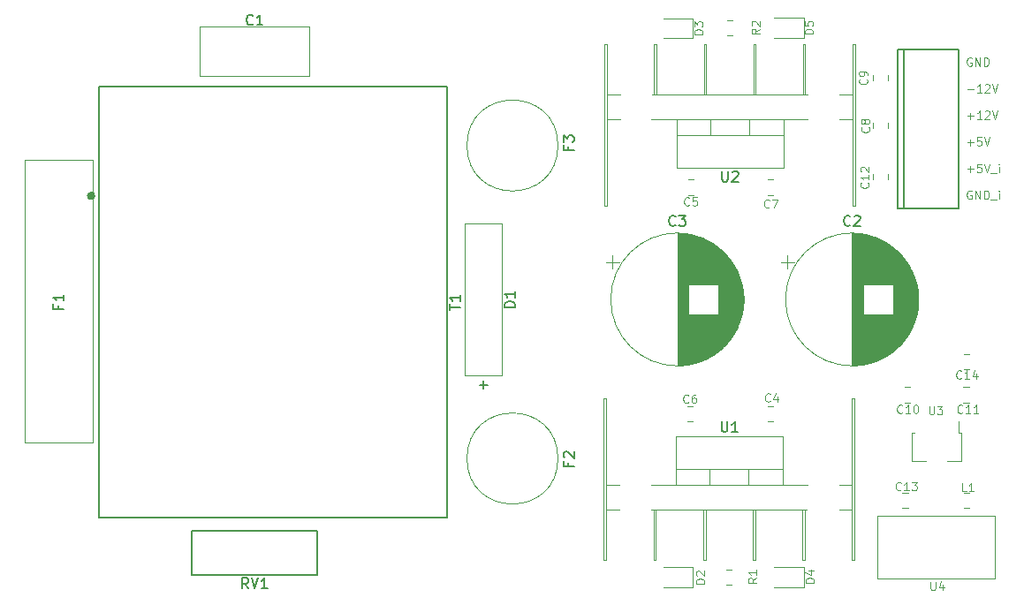
<source format=gto>
G04 #@! TF.GenerationSoftware,KiCad,Pcbnew,(5.1.10)-1*
G04 #@! TF.CreationDate,2021-11-25T14:07:26+01:00*
G04 #@! TF.ProjectId,PSU,5053552e-6b69-4636-9164-5f7063625858,rev?*
G04 #@! TF.SameCoordinates,Original*
G04 #@! TF.FileFunction,Legend,Top*
G04 #@! TF.FilePolarity,Positive*
%FSLAX46Y46*%
G04 Gerber Fmt 4.6, Leading zero omitted, Abs format (unit mm)*
G04 Created by KiCad (PCBNEW (5.1.10)-1) date 2021-11-25 14:07:26*
%MOMM*%
%LPD*%
G01*
G04 APERTURE LIST*
%ADD10C,0.100000*%
%ADD11C,0.120000*%
%ADD12C,0.400000*%
%ADD13C,0.127000*%
%ADD14C,0.150000*%
%ADD15C,2.400000*%
%ADD16R,2.400000X2.400000*%
%ADD17C,4.000000*%
%ADD18C,2.844800*%
%ADD19C,1.600200*%
%ADD20R,1.600200X1.600200*%
%ADD21C,1.524000*%
%ADD22R,0.900000X1.300000*%
%ADD23C,3.000000*%
%ADD24O,1.905000X2.000000*%
%ADD25R,1.905000X2.000000*%
%ADD26C,1.800000*%
%ADD27O,2.200000X1.700000*%
%ADD28R,2.200000X1.700000*%
%ADD29C,2.000000*%
%ADD30C,2.500000*%
%ADD31R,2.500000X2.500000*%
G04 APERTURE END LIST*
D10*
X212949999Y-94600000D02*
X212873808Y-94561904D01*
X212759523Y-94561904D01*
X212645237Y-94600000D01*
X212569046Y-94676190D01*
X212530951Y-94752380D01*
X212492856Y-94904761D01*
X212492856Y-95019047D01*
X212530951Y-95171428D01*
X212569046Y-95247619D01*
X212645237Y-95323809D01*
X212759523Y-95361904D01*
X212835713Y-95361904D01*
X212949999Y-95323809D01*
X212988094Y-95285714D01*
X212988094Y-95019047D01*
X212835713Y-95019047D01*
X213330951Y-95361904D02*
X213330951Y-94561904D01*
X213788094Y-95361904D01*
X213788094Y-94561904D01*
X214169046Y-95361904D02*
X214169046Y-94561904D01*
X214359523Y-94561904D01*
X214473808Y-94600000D01*
X214549999Y-94676190D01*
X214588094Y-94752380D01*
X214626189Y-94904761D01*
X214626189Y-95019047D01*
X214588094Y-95171428D01*
X214549999Y-95247619D01*
X214473808Y-95323809D01*
X214359523Y-95361904D01*
X214169046Y-95361904D01*
X212530952Y-97607142D02*
X213140476Y-97607142D01*
X213940476Y-97911904D02*
X213483333Y-97911904D01*
X213711904Y-97911904D02*
X213711904Y-97111904D01*
X213635714Y-97226190D01*
X213559523Y-97302380D01*
X213483333Y-97340476D01*
X214245237Y-97188095D02*
X214283333Y-97150000D01*
X214359523Y-97111904D01*
X214549999Y-97111904D01*
X214626190Y-97150000D01*
X214664285Y-97188095D01*
X214702380Y-97264285D01*
X214702380Y-97340476D01*
X214664285Y-97454761D01*
X214207142Y-97911904D01*
X214702380Y-97911904D01*
X214930952Y-97111904D02*
X215197618Y-97911904D01*
X215464285Y-97111904D01*
X212530952Y-100157142D02*
X213140476Y-100157142D01*
X212835714Y-100461904D02*
X212835714Y-99852380D01*
X213940476Y-100461904D02*
X213483333Y-100461904D01*
X213711904Y-100461904D02*
X213711904Y-99661904D01*
X213635714Y-99776190D01*
X213559523Y-99852380D01*
X213483333Y-99890476D01*
X214245237Y-99738095D02*
X214283333Y-99700000D01*
X214359523Y-99661904D01*
X214549999Y-99661904D01*
X214626190Y-99700000D01*
X214664285Y-99738095D01*
X214702380Y-99814285D01*
X214702380Y-99890476D01*
X214664285Y-100004761D01*
X214207142Y-100461904D01*
X214702380Y-100461904D01*
X214930952Y-99661904D02*
X215197618Y-100461904D01*
X215464285Y-99661904D01*
X212530951Y-102707142D02*
X213140475Y-102707142D01*
X212835713Y-103011904D02*
X212835713Y-102402380D01*
X213902380Y-102211904D02*
X213521427Y-102211904D01*
X213483332Y-102592857D01*
X213521427Y-102554761D01*
X213597618Y-102516666D01*
X213788094Y-102516666D01*
X213864284Y-102554761D01*
X213902380Y-102592857D01*
X213940475Y-102669047D01*
X213940475Y-102859523D01*
X213902380Y-102935714D01*
X213864284Y-102973809D01*
X213788094Y-103011904D01*
X213597618Y-103011904D01*
X213521427Y-102973809D01*
X213483332Y-102935714D01*
X214169046Y-102211904D02*
X214435713Y-103011904D01*
X214702380Y-102211904D01*
X212530951Y-105257142D02*
X213140475Y-105257142D01*
X212835713Y-105561904D02*
X212835713Y-104952380D01*
X213902380Y-104761904D02*
X213521427Y-104761904D01*
X213483332Y-105142857D01*
X213521427Y-105104761D01*
X213597618Y-105066666D01*
X213788094Y-105066666D01*
X213864284Y-105104761D01*
X213902380Y-105142857D01*
X213940475Y-105219047D01*
X213940475Y-105409523D01*
X213902380Y-105485714D01*
X213864284Y-105523809D01*
X213788094Y-105561904D01*
X213597618Y-105561904D01*
X213521427Y-105523809D01*
X213483332Y-105485714D01*
X214169046Y-104761904D02*
X214435713Y-105561904D01*
X214702380Y-104761904D01*
X214778570Y-105638095D02*
X215388094Y-105638095D01*
X215578570Y-105561904D02*
X215578570Y-105028571D01*
X215578570Y-104761904D02*
X215540475Y-104800000D01*
X215578570Y-104838095D01*
X215616665Y-104800000D01*
X215578570Y-104761904D01*
X215578570Y-104838095D01*
X212949999Y-107350000D02*
X212873808Y-107311904D01*
X212759522Y-107311904D01*
X212645237Y-107350000D01*
X212569046Y-107426190D01*
X212530951Y-107502380D01*
X212492856Y-107654761D01*
X212492856Y-107769047D01*
X212530951Y-107921428D01*
X212569046Y-107997619D01*
X212645237Y-108073809D01*
X212759522Y-108111904D01*
X212835713Y-108111904D01*
X212949999Y-108073809D01*
X212988094Y-108035714D01*
X212988094Y-107769047D01*
X212835713Y-107769047D01*
X213330951Y-108111904D02*
X213330951Y-107311904D01*
X213788094Y-108111904D01*
X213788094Y-107311904D01*
X214169046Y-108111904D02*
X214169046Y-107311904D01*
X214359522Y-107311904D01*
X214473808Y-107350000D01*
X214549999Y-107426190D01*
X214588094Y-107502380D01*
X214626189Y-107654761D01*
X214626189Y-107769047D01*
X214588094Y-107921428D01*
X214549999Y-107997619D01*
X214473808Y-108073809D01*
X214359522Y-108111904D01*
X214169046Y-108111904D01*
X214778570Y-108188095D02*
X215388094Y-108188095D01*
X215578570Y-108111904D02*
X215578570Y-107578571D01*
X215578570Y-107311904D02*
X215540475Y-107350000D01*
X215578570Y-107388095D01*
X215616665Y-107350000D01*
X215578570Y-107311904D01*
X215578570Y-107388095D01*
D11*
X189927064Y-145135000D02*
X189472936Y-145135000D01*
X189927064Y-143665000D02*
X189472936Y-143665000D01*
X194000000Y-92660000D02*
X196860000Y-92660000D01*
X196860000Y-92660000D02*
X196860000Y-90740000D01*
X196860000Y-90740000D02*
X194000000Y-90740000D01*
X194000000Y-145360000D02*
X196860000Y-145360000D01*
X196860000Y-145360000D02*
X196860000Y-143440000D01*
X196860000Y-143440000D02*
X194000000Y-143440000D01*
X183400000Y-145360000D02*
X186260000Y-145360000D01*
X186260000Y-145360000D02*
X186260000Y-143440000D01*
X186260000Y-143440000D02*
X183400000Y-143440000D01*
X191120000Y-117750000D02*
G75*
G03*
X191120000Y-117750000I-6370000J0D01*
G01*
X184750000Y-111420000D02*
X184750000Y-124080000D01*
X184790000Y-111420000D02*
X184790000Y-124080000D01*
X184830000Y-111420000D02*
X184830000Y-124080000D01*
X184870000Y-111421000D02*
X184870000Y-124079000D01*
X184910000Y-111422000D02*
X184910000Y-124078000D01*
X184950000Y-111423000D02*
X184950000Y-124077000D01*
X184990000Y-111424000D02*
X184990000Y-124076000D01*
X185030000Y-111426000D02*
X185030000Y-124074000D01*
X185070000Y-111428000D02*
X185070000Y-124072000D01*
X185110000Y-111430000D02*
X185110000Y-124070000D01*
X185150000Y-111432000D02*
X185150000Y-124068000D01*
X185190000Y-111435000D02*
X185190000Y-124065000D01*
X185230000Y-111438000D02*
X185230000Y-124062000D01*
X185270000Y-111441000D02*
X185270000Y-124059000D01*
X185310000Y-111444000D02*
X185310000Y-124056000D01*
X185350000Y-111448000D02*
X185350000Y-124052000D01*
X185390000Y-111452000D02*
X185390000Y-124048000D01*
X185430000Y-111456000D02*
X185430000Y-124044000D01*
X185471000Y-111460000D02*
X185471000Y-124040000D01*
X185511000Y-111465000D02*
X185511000Y-124035000D01*
X185551000Y-111470000D02*
X185551000Y-124030000D01*
X185591000Y-111475000D02*
X185591000Y-124025000D01*
X185631000Y-111481000D02*
X185631000Y-124019000D01*
X185671000Y-111486000D02*
X185671000Y-124014000D01*
X185711000Y-111492000D02*
X185711000Y-124008000D01*
X185751000Y-111498000D02*
X185751000Y-124002000D01*
X185791000Y-111505000D02*
X185791000Y-123995000D01*
X185831000Y-111512000D02*
X185831000Y-116310000D01*
X185831000Y-119190000D02*
X185831000Y-123988000D01*
X185871000Y-111519000D02*
X185871000Y-116310000D01*
X185871000Y-119190000D02*
X185871000Y-123981000D01*
X185911000Y-111526000D02*
X185911000Y-116310000D01*
X185911000Y-119190000D02*
X185911000Y-123974000D01*
X185951000Y-111534000D02*
X185951000Y-116310000D01*
X185951000Y-119190000D02*
X185951000Y-123966000D01*
X185991000Y-111541000D02*
X185991000Y-116310000D01*
X185991000Y-119190000D02*
X185991000Y-123959000D01*
X186031000Y-111549000D02*
X186031000Y-116310000D01*
X186031000Y-119190000D02*
X186031000Y-123951000D01*
X186071000Y-111558000D02*
X186071000Y-116310000D01*
X186071000Y-119190000D02*
X186071000Y-123942000D01*
X186111000Y-111566000D02*
X186111000Y-116310000D01*
X186111000Y-119190000D02*
X186111000Y-123934000D01*
X186151000Y-111575000D02*
X186151000Y-116310000D01*
X186151000Y-119190000D02*
X186151000Y-123925000D01*
X186191000Y-111584000D02*
X186191000Y-116310000D01*
X186191000Y-119190000D02*
X186191000Y-123916000D01*
X186231000Y-111594000D02*
X186231000Y-116310000D01*
X186231000Y-119190000D02*
X186231000Y-123906000D01*
X186271000Y-111604000D02*
X186271000Y-116310000D01*
X186271000Y-119190000D02*
X186271000Y-123896000D01*
X186311000Y-111613000D02*
X186311000Y-116310000D01*
X186311000Y-119190000D02*
X186311000Y-123887000D01*
X186351000Y-111624000D02*
X186351000Y-116310000D01*
X186351000Y-119190000D02*
X186351000Y-123876000D01*
X186391000Y-111634000D02*
X186391000Y-116310000D01*
X186391000Y-119190000D02*
X186391000Y-123866000D01*
X186431000Y-111645000D02*
X186431000Y-116310000D01*
X186431000Y-119190000D02*
X186431000Y-123855000D01*
X186471000Y-111656000D02*
X186471000Y-116310000D01*
X186471000Y-119190000D02*
X186471000Y-123844000D01*
X186511000Y-111667000D02*
X186511000Y-116310000D01*
X186511000Y-119190000D02*
X186511000Y-123833000D01*
X186551000Y-111679000D02*
X186551000Y-116310000D01*
X186551000Y-119190000D02*
X186551000Y-123821000D01*
X186591000Y-111691000D02*
X186591000Y-116310000D01*
X186591000Y-119190000D02*
X186591000Y-123809000D01*
X186631000Y-111703000D02*
X186631000Y-116310000D01*
X186631000Y-119190000D02*
X186631000Y-123797000D01*
X186671000Y-111716000D02*
X186671000Y-116310000D01*
X186671000Y-119190000D02*
X186671000Y-123784000D01*
X186711000Y-111729000D02*
X186711000Y-116310000D01*
X186711000Y-119190000D02*
X186711000Y-123771000D01*
X186751000Y-111742000D02*
X186751000Y-116310000D01*
X186751000Y-119190000D02*
X186751000Y-123758000D01*
X186791000Y-111755000D02*
X186791000Y-116310000D01*
X186791000Y-119190000D02*
X186791000Y-123745000D01*
X186831000Y-111769000D02*
X186831000Y-116310000D01*
X186831000Y-119190000D02*
X186831000Y-123731000D01*
X186871000Y-111783000D02*
X186871000Y-116310000D01*
X186871000Y-119190000D02*
X186871000Y-123717000D01*
X186911000Y-111797000D02*
X186911000Y-116310000D01*
X186911000Y-119190000D02*
X186911000Y-123703000D01*
X186951000Y-111811000D02*
X186951000Y-116310000D01*
X186951000Y-119190000D02*
X186951000Y-123689000D01*
X186991000Y-111826000D02*
X186991000Y-116310000D01*
X186991000Y-119190000D02*
X186991000Y-123674000D01*
X187031000Y-111842000D02*
X187031000Y-116310000D01*
X187031000Y-119190000D02*
X187031000Y-123658000D01*
X187071000Y-111857000D02*
X187071000Y-116310000D01*
X187071000Y-119190000D02*
X187071000Y-123643000D01*
X187111000Y-111873000D02*
X187111000Y-116310000D01*
X187111000Y-119190000D02*
X187111000Y-123627000D01*
X187151000Y-111889000D02*
X187151000Y-116310000D01*
X187151000Y-119190000D02*
X187151000Y-123611000D01*
X187191000Y-111905000D02*
X187191000Y-116310000D01*
X187191000Y-119190000D02*
X187191000Y-123595000D01*
X187231000Y-111922000D02*
X187231000Y-116310000D01*
X187231000Y-119190000D02*
X187231000Y-123578000D01*
X187271000Y-111939000D02*
X187271000Y-116310000D01*
X187271000Y-119190000D02*
X187271000Y-123561000D01*
X187311000Y-111957000D02*
X187311000Y-116310000D01*
X187311000Y-119190000D02*
X187311000Y-123543000D01*
X187351000Y-111974000D02*
X187351000Y-116310000D01*
X187351000Y-119190000D02*
X187351000Y-123526000D01*
X187391000Y-111992000D02*
X187391000Y-116310000D01*
X187391000Y-119190000D02*
X187391000Y-123508000D01*
X187431000Y-112011000D02*
X187431000Y-116310000D01*
X187431000Y-119190000D02*
X187431000Y-123489000D01*
X187471000Y-112029000D02*
X187471000Y-116310000D01*
X187471000Y-119190000D02*
X187471000Y-123471000D01*
X187511000Y-112048000D02*
X187511000Y-116310000D01*
X187511000Y-119190000D02*
X187511000Y-123452000D01*
X187551000Y-112068000D02*
X187551000Y-116310000D01*
X187551000Y-119190000D02*
X187551000Y-123432000D01*
X187591000Y-112088000D02*
X187591000Y-116310000D01*
X187591000Y-119190000D02*
X187591000Y-123412000D01*
X187631000Y-112108000D02*
X187631000Y-116310000D01*
X187631000Y-119190000D02*
X187631000Y-123392000D01*
X187671000Y-112128000D02*
X187671000Y-116310000D01*
X187671000Y-119190000D02*
X187671000Y-123372000D01*
X187711000Y-112149000D02*
X187711000Y-116310000D01*
X187711000Y-119190000D02*
X187711000Y-123351000D01*
X187751000Y-112170000D02*
X187751000Y-116310000D01*
X187751000Y-119190000D02*
X187751000Y-123330000D01*
X187791000Y-112192000D02*
X187791000Y-116310000D01*
X187791000Y-119190000D02*
X187791000Y-123308000D01*
X187831000Y-112214000D02*
X187831000Y-116310000D01*
X187831000Y-119190000D02*
X187831000Y-123286000D01*
X187871000Y-112236000D02*
X187871000Y-116310000D01*
X187871000Y-119190000D02*
X187871000Y-123264000D01*
X187911000Y-112259000D02*
X187911000Y-116310000D01*
X187911000Y-119190000D02*
X187911000Y-123241000D01*
X187951000Y-112282000D02*
X187951000Y-116310000D01*
X187951000Y-119190000D02*
X187951000Y-123218000D01*
X187991000Y-112305000D02*
X187991000Y-116310000D01*
X187991000Y-119190000D02*
X187991000Y-123195000D01*
X188031000Y-112329000D02*
X188031000Y-116310000D01*
X188031000Y-119190000D02*
X188031000Y-123171000D01*
X188071000Y-112353000D02*
X188071000Y-116310000D01*
X188071000Y-119190000D02*
X188071000Y-123147000D01*
X188111000Y-112378000D02*
X188111000Y-116310000D01*
X188111000Y-119190000D02*
X188111000Y-123122000D01*
X188151000Y-112403000D02*
X188151000Y-116310000D01*
X188151000Y-119190000D02*
X188151000Y-123097000D01*
X188191000Y-112428000D02*
X188191000Y-116310000D01*
X188191000Y-119190000D02*
X188191000Y-123072000D01*
X188231000Y-112454000D02*
X188231000Y-116310000D01*
X188231000Y-119190000D02*
X188231000Y-123046000D01*
X188271000Y-112480000D02*
X188271000Y-116310000D01*
X188271000Y-119190000D02*
X188271000Y-123020000D01*
X188311000Y-112507000D02*
X188311000Y-116310000D01*
X188311000Y-119190000D02*
X188311000Y-122993000D01*
X188351000Y-112534000D02*
X188351000Y-116310000D01*
X188351000Y-119190000D02*
X188351000Y-122966000D01*
X188391000Y-112562000D02*
X188391000Y-116310000D01*
X188391000Y-119190000D02*
X188391000Y-122938000D01*
X188431000Y-112590000D02*
X188431000Y-116310000D01*
X188431000Y-119190000D02*
X188431000Y-122910000D01*
X188471000Y-112619000D02*
X188471000Y-116310000D01*
X188471000Y-119190000D02*
X188471000Y-122881000D01*
X188511000Y-112648000D02*
X188511000Y-116310000D01*
X188511000Y-119190000D02*
X188511000Y-122852000D01*
X188551000Y-112677000D02*
X188551000Y-116310000D01*
X188551000Y-119190000D02*
X188551000Y-122823000D01*
X188591000Y-112707000D02*
X188591000Y-116310000D01*
X188591000Y-119190000D02*
X188591000Y-122793000D01*
X188631000Y-112738000D02*
X188631000Y-116310000D01*
X188631000Y-119190000D02*
X188631000Y-122762000D01*
X188671000Y-112768000D02*
X188671000Y-116310000D01*
X188671000Y-119190000D02*
X188671000Y-122732000D01*
X188711000Y-112800000D02*
X188711000Y-122700000D01*
X188751000Y-112832000D02*
X188751000Y-122668000D01*
X188791000Y-112865000D02*
X188791000Y-122635000D01*
X188831000Y-112898000D02*
X188831000Y-122602000D01*
X188871000Y-112931000D02*
X188871000Y-122569000D01*
X188911000Y-112965000D02*
X188911000Y-122535000D01*
X188951000Y-113000000D02*
X188951000Y-122500000D01*
X188991000Y-113036000D02*
X188991000Y-122464000D01*
X189031000Y-113072000D02*
X189031000Y-122428000D01*
X189071000Y-113108000D02*
X189071000Y-122392000D01*
X189111000Y-113145000D02*
X189111000Y-122355000D01*
X189151000Y-113183000D02*
X189151000Y-122317000D01*
X189191000Y-113222000D02*
X189191000Y-122278000D01*
X189231000Y-113261000D02*
X189231000Y-122239000D01*
X189271000Y-113301000D02*
X189271000Y-122199000D01*
X189311000Y-113342000D02*
X189311000Y-122158000D01*
X189351000Y-113383000D02*
X189351000Y-122117000D01*
X189391000Y-113425000D02*
X189391000Y-122075000D01*
X189431000Y-113468000D02*
X189431000Y-122032000D01*
X189471000Y-113512000D02*
X189471000Y-121988000D01*
X189511000Y-113556000D02*
X189511000Y-121944000D01*
X189551000Y-113602000D02*
X189551000Y-121898000D01*
X189591000Y-113648000D02*
X189591000Y-121852000D01*
X189631000Y-113695000D02*
X189631000Y-121805000D01*
X189671000Y-113743000D02*
X189671000Y-121757000D01*
X189711000Y-113793000D02*
X189711000Y-121707000D01*
X189751000Y-113843000D02*
X189751000Y-121657000D01*
X189791000Y-113894000D02*
X189791000Y-121606000D01*
X189831000Y-113946000D02*
X189831000Y-121554000D01*
X189871000Y-114000000D02*
X189871000Y-121500000D01*
X189911000Y-114054000D02*
X189911000Y-121446000D01*
X189951000Y-114110000D02*
X189951000Y-121390000D01*
X189991000Y-114167000D02*
X189991000Y-121333000D01*
X190031000Y-114226000D02*
X190031000Y-121274000D01*
X190071000Y-114286000D02*
X190071000Y-121214000D01*
X190111000Y-114348000D02*
X190111000Y-121152000D01*
X190151000Y-114411000D02*
X190151000Y-121089000D01*
X190191000Y-114475000D02*
X190191000Y-121025000D01*
X190231000Y-114542000D02*
X190231000Y-120958000D01*
X190271000Y-114610000D02*
X190271000Y-120890000D01*
X190311000Y-114681000D02*
X190311000Y-120819000D01*
X190351000Y-114754000D02*
X190351000Y-120746000D01*
X190391000Y-114829000D02*
X190391000Y-120671000D01*
X190431000Y-114906000D02*
X190431000Y-120594000D01*
X190471000Y-114986000D02*
X190471000Y-120514000D01*
X190511000Y-115069000D02*
X190511000Y-120431000D01*
X190551000Y-115156000D02*
X190551000Y-120344000D01*
X190591000Y-115246000D02*
X190591000Y-120254000D01*
X190631000Y-115340000D02*
X190631000Y-120160000D01*
X190671000Y-115438000D02*
X190671000Y-120062000D01*
X190711000Y-115541000D02*
X190711000Y-119959000D01*
X190751000Y-115650000D02*
X190751000Y-119850000D01*
X190791000Y-115766000D02*
X190791000Y-119734000D01*
X190831000Y-115889000D02*
X190831000Y-119611000D01*
X190871000Y-116022000D02*
X190871000Y-119478000D01*
X190911000Y-116167000D02*
X190911000Y-119333000D01*
X190951000Y-116328000D02*
X190951000Y-119172000D01*
X190991000Y-116509000D02*
X190991000Y-118991000D01*
X191031000Y-116722000D02*
X191031000Y-118778000D01*
X191071000Y-116993000D02*
X191071000Y-118507000D01*
X191111000Y-117433000D02*
X191111000Y-118067000D01*
X177932918Y-114175000D02*
X179182918Y-114175000D01*
X178557918Y-113550000D02*
X178557918Y-114800000D01*
X207870000Y-117750000D02*
G75*
G03*
X207870000Y-117750000I-6370000J0D01*
G01*
X201500000Y-111420000D02*
X201500000Y-124080000D01*
X201540000Y-111420000D02*
X201540000Y-124080000D01*
X201580000Y-111420000D02*
X201580000Y-124080000D01*
X201620000Y-111421000D02*
X201620000Y-124079000D01*
X201660000Y-111422000D02*
X201660000Y-124078000D01*
X201700000Y-111423000D02*
X201700000Y-124077000D01*
X201740000Y-111424000D02*
X201740000Y-124076000D01*
X201780000Y-111426000D02*
X201780000Y-124074000D01*
X201820000Y-111428000D02*
X201820000Y-124072000D01*
X201860000Y-111430000D02*
X201860000Y-124070000D01*
X201900000Y-111432000D02*
X201900000Y-124068000D01*
X201940000Y-111435000D02*
X201940000Y-124065000D01*
X201980000Y-111438000D02*
X201980000Y-124062000D01*
X202020000Y-111441000D02*
X202020000Y-124059000D01*
X202060000Y-111444000D02*
X202060000Y-124056000D01*
X202100000Y-111448000D02*
X202100000Y-124052000D01*
X202140000Y-111452000D02*
X202140000Y-124048000D01*
X202180000Y-111456000D02*
X202180000Y-124044000D01*
X202221000Y-111460000D02*
X202221000Y-124040000D01*
X202261000Y-111465000D02*
X202261000Y-124035000D01*
X202301000Y-111470000D02*
X202301000Y-124030000D01*
X202341000Y-111475000D02*
X202341000Y-124025000D01*
X202381000Y-111481000D02*
X202381000Y-124019000D01*
X202421000Y-111486000D02*
X202421000Y-124014000D01*
X202461000Y-111492000D02*
X202461000Y-124008000D01*
X202501000Y-111498000D02*
X202501000Y-124002000D01*
X202541000Y-111505000D02*
X202541000Y-123995000D01*
X202581000Y-111512000D02*
X202581000Y-116310000D01*
X202581000Y-119190000D02*
X202581000Y-123988000D01*
X202621000Y-111519000D02*
X202621000Y-116310000D01*
X202621000Y-119190000D02*
X202621000Y-123981000D01*
X202661000Y-111526000D02*
X202661000Y-116310000D01*
X202661000Y-119190000D02*
X202661000Y-123974000D01*
X202701000Y-111534000D02*
X202701000Y-116310000D01*
X202701000Y-119190000D02*
X202701000Y-123966000D01*
X202741000Y-111541000D02*
X202741000Y-116310000D01*
X202741000Y-119190000D02*
X202741000Y-123959000D01*
X202781000Y-111549000D02*
X202781000Y-116310000D01*
X202781000Y-119190000D02*
X202781000Y-123951000D01*
X202821000Y-111558000D02*
X202821000Y-116310000D01*
X202821000Y-119190000D02*
X202821000Y-123942000D01*
X202861000Y-111566000D02*
X202861000Y-116310000D01*
X202861000Y-119190000D02*
X202861000Y-123934000D01*
X202901000Y-111575000D02*
X202901000Y-116310000D01*
X202901000Y-119190000D02*
X202901000Y-123925000D01*
X202941000Y-111584000D02*
X202941000Y-116310000D01*
X202941000Y-119190000D02*
X202941000Y-123916000D01*
X202981000Y-111594000D02*
X202981000Y-116310000D01*
X202981000Y-119190000D02*
X202981000Y-123906000D01*
X203021000Y-111604000D02*
X203021000Y-116310000D01*
X203021000Y-119190000D02*
X203021000Y-123896000D01*
X203061000Y-111613000D02*
X203061000Y-116310000D01*
X203061000Y-119190000D02*
X203061000Y-123887000D01*
X203101000Y-111624000D02*
X203101000Y-116310000D01*
X203101000Y-119190000D02*
X203101000Y-123876000D01*
X203141000Y-111634000D02*
X203141000Y-116310000D01*
X203141000Y-119190000D02*
X203141000Y-123866000D01*
X203181000Y-111645000D02*
X203181000Y-116310000D01*
X203181000Y-119190000D02*
X203181000Y-123855000D01*
X203221000Y-111656000D02*
X203221000Y-116310000D01*
X203221000Y-119190000D02*
X203221000Y-123844000D01*
X203261000Y-111667000D02*
X203261000Y-116310000D01*
X203261000Y-119190000D02*
X203261000Y-123833000D01*
X203301000Y-111679000D02*
X203301000Y-116310000D01*
X203301000Y-119190000D02*
X203301000Y-123821000D01*
X203341000Y-111691000D02*
X203341000Y-116310000D01*
X203341000Y-119190000D02*
X203341000Y-123809000D01*
X203381000Y-111703000D02*
X203381000Y-116310000D01*
X203381000Y-119190000D02*
X203381000Y-123797000D01*
X203421000Y-111716000D02*
X203421000Y-116310000D01*
X203421000Y-119190000D02*
X203421000Y-123784000D01*
X203461000Y-111729000D02*
X203461000Y-116310000D01*
X203461000Y-119190000D02*
X203461000Y-123771000D01*
X203501000Y-111742000D02*
X203501000Y-116310000D01*
X203501000Y-119190000D02*
X203501000Y-123758000D01*
X203541000Y-111755000D02*
X203541000Y-116310000D01*
X203541000Y-119190000D02*
X203541000Y-123745000D01*
X203581000Y-111769000D02*
X203581000Y-116310000D01*
X203581000Y-119190000D02*
X203581000Y-123731000D01*
X203621000Y-111783000D02*
X203621000Y-116310000D01*
X203621000Y-119190000D02*
X203621000Y-123717000D01*
X203661000Y-111797000D02*
X203661000Y-116310000D01*
X203661000Y-119190000D02*
X203661000Y-123703000D01*
X203701000Y-111811000D02*
X203701000Y-116310000D01*
X203701000Y-119190000D02*
X203701000Y-123689000D01*
X203741000Y-111826000D02*
X203741000Y-116310000D01*
X203741000Y-119190000D02*
X203741000Y-123674000D01*
X203781000Y-111842000D02*
X203781000Y-116310000D01*
X203781000Y-119190000D02*
X203781000Y-123658000D01*
X203821000Y-111857000D02*
X203821000Y-116310000D01*
X203821000Y-119190000D02*
X203821000Y-123643000D01*
X203861000Y-111873000D02*
X203861000Y-116310000D01*
X203861000Y-119190000D02*
X203861000Y-123627000D01*
X203901000Y-111889000D02*
X203901000Y-116310000D01*
X203901000Y-119190000D02*
X203901000Y-123611000D01*
X203941000Y-111905000D02*
X203941000Y-116310000D01*
X203941000Y-119190000D02*
X203941000Y-123595000D01*
X203981000Y-111922000D02*
X203981000Y-116310000D01*
X203981000Y-119190000D02*
X203981000Y-123578000D01*
X204021000Y-111939000D02*
X204021000Y-116310000D01*
X204021000Y-119190000D02*
X204021000Y-123561000D01*
X204061000Y-111957000D02*
X204061000Y-116310000D01*
X204061000Y-119190000D02*
X204061000Y-123543000D01*
X204101000Y-111974000D02*
X204101000Y-116310000D01*
X204101000Y-119190000D02*
X204101000Y-123526000D01*
X204141000Y-111992000D02*
X204141000Y-116310000D01*
X204141000Y-119190000D02*
X204141000Y-123508000D01*
X204181000Y-112011000D02*
X204181000Y-116310000D01*
X204181000Y-119190000D02*
X204181000Y-123489000D01*
X204221000Y-112029000D02*
X204221000Y-116310000D01*
X204221000Y-119190000D02*
X204221000Y-123471000D01*
X204261000Y-112048000D02*
X204261000Y-116310000D01*
X204261000Y-119190000D02*
X204261000Y-123452000D01*
X204301000Y-112068000D02*
X204301000Y-116310000D01*
X204301000Y-119190000D02*
X204301000Y-123432000D01*
X204341000Y-112088000D02*
X204341000Y-116310000D01*
X204341000Y-119190000D02*
X204341000Y-123412000D01*
X204381000Y-112108000D02*
X204381000Y-116310000D01*
X204381000Y-119190000D02*
X204381000Y-123392000D01*
X204421000Y-112128000D02*
X204421000Y-116310000D01*
X204421000Y-119190000D02*
X204421000Y-123372000D01*
X204461000Y-112149000D02*
X204461000Y-116310000D01*
X204461000Y-119190000D02*
X204461000Y-123351000D01*
X204501000Y-112170000D02*
X204501000Y-116310000D01*
X204501000Y-119190000D02*
X204501000Y-123330000D01*
X204541000Y-112192000D02*
X204541000Y-116310000D01*
X204541000Y-119190000D02*
X204541000Y-123308000D01*
X204581000Y-112214000D02*
X204581000Y-116310000D01*
X204581000Y-119190000D02*
X204581000Y-123286000D01*
X204621000Y-112236000D02*
X204621000Y-116310000D01*
X204621000Y-119190000D02*
X204621000Y-123264000D01*
X204661000Y-112259000D02*
X204661000Y-116310000D01*
X204661000Y-119190000D02*
X204661000Y-123241000D01*
X204701000Y-112282000D02*
X204701000Y-116310000D01*
X204701000Y-119190000D02*
X204701000Y-123218000D01*
X204741000Y-112305000D02*
X204741000Y-116310000D01*
X204741000Y-119190000D02*
X204741000Y-123195000D01*
X204781000Y-112329000D02*
X204781000Y-116310000D01*
X204781000Y-119190000D02*
X204781000Y-123171000D01*
X204821000Y-112353000D02*
X204821000Y-116310000D01*
X204821000Y-119190000D02*
X204821000Y-123147000D01*
X204861000Y-112378000D02*
X204861000Y-116310000D01*
X204861000Y-119190000D02*
X204861000Y-123122000D01*
X204901000Y-112403000D02*
X204901000Y-116310000D01*
X204901000Y-119190000D02*
X204901000Y-123097000D01*
X204941000Y-112428000D02*
X204941000Y-116310000D01*
X204941000Y-119190000D02*
X204941000Y-123072000D01*
X204981000Y-112454000D02*
X204981000Y-116310000D01*
X204981000Y-119190000D02*
X204981000Y-123046000D01*
X205021000Y-112480000D02*
X205021000Y-116310000D01*
X205021000Y-119190000D02*
X205021000Y-123020000D01*
X205061000Y-112507000D02*
X205061000Y-116310000D01*
X205061000Y-119190000D02*
X205061000Y-122993000D01*
X205101000Y-112534000D02*
X205101000Y-116310000D01*
X205101000Y-119190000D02*
X205101000Y-122966000D01*
X205141000Y-112562000D02*
X205141000Y-116310000D01*
X205141000Y-119190000D02*
X205141000Y-122938000D01*
X205181000Y-112590000D02*
X205181000Y-116310000D01*
X205181000Y-119190000D02*
X205181000Y-122910000D01*
X205221000Y-112619000D02*
X205221000Y-116310000D01*
X205221000Y-119190000D02*
X205221000Y-122881000D01*
X205261000Y-112648000D02*
X205261000Y-116310000D01*
X205261000Y-119190000D02*
X205261000Y-122852000D01*
X205301000Y-112677000D02*
X205301000Y-116310000D01*
X205301000Y-119190000D02*
X205301000Y-122823000D01*
X205341000Y-112707000D02*
X205341000Y-116310000D01*
X205341000Y-119190000D02*
X205341000Y-122793000D01*
X205381000Y-112738000D02*
X205381000Y-116310000D01*
X205381000Y-119190000D02*
X205381000Y-122762000D01*
X205421000Y-112768000D02*
X205421000Y-116310000D01*
X205421000Y-119190000D02*
X205421000Y-122732000D01*
X205461000Y-112800000D02*
X205461000Y-122700000D01*
X205501000Y-112832000D02*
X205501000Y-122668000D01*
X205541000Y-112865000D02*
X205541000Y-122635000D01*
X205581000Y-112898000D02*
X205581000Y-122602000D01*
X205621000Y-112931000D02*
X205621000Y-122569000D01*
X205661000Y-112965000D02*
X205661000Y-122535000D01*
X205701000Y-113000000D02*
X205701000Y-122500000D01*
X205741000Y-113036000D02*
X205741000Y-122464000D01*
X205781000Y-113072000D02*
X205781000Y-122428000D01*
X205821000Y-113108000D02*
X205821000Y-122392000D01*
X205861000Y-113145000D02*
X205861000Y-122355000D01*
X205901000Y-113183000D02*
X205901000Y-122317000D01*
X205941000Y-113222000D02*
X205941000Y-122278000D01*
X205981000Y-113261000D02*
X205981000Y-122239000D01*
X206021000Y-113301000D02*
X206021000Y-122199000D01*
X206061000Y-113342000D02*
X206061000Y-122158000D01*
X206101000Y-113383000D02*
X206101000Y-122117000D01*
X206141000Y-113425000D02*
X206141000Y-122075000D01*
X206181000Y-113468000D02*
X206181000Y-122032000D01*
X206221000Y-113512000D02*
X206221000Y-121988000D01*
X206261000Y-113556000D02*
X206261000Y-121944000D01*
X206301000Y-113602000D02*
X206301000Y-121898000D01*
X206341000Y-113648000D02*
X206341000Y-121852000D01*
X206381000Y-113695000D02*
X206381000Y-121805000D01*
X206421000Y-113743000D02*
X206421000Y-121757000D01*
X206461000Y-113793000D02*
X206461000Y-121707000D01*
X206501000Y-113843000D02*
X206501000Y-121657000D01*
X206541000Y-113894000D02*
X206541000Y-121606000D01*
X206581000Y-113946000D02*
X206581000Y-121554000D01*
X206621000Y-114000000D02*
X206621000Y-121500000D01*
X206661000Y-114054000D02*
X206661000Y-121446000D01*
X206701000Y-114110000D02*
X206701000Y-121390000D01*
X206741000Y-114167000D02*
X206741000Y-121333000D01*
X206781000Y-114226000D02*
X206781000Y-121274000D01*
X206821000Y-114286000D02*
X206821000Y-121214000D01*
X206861000Y-114348000D02*
X206861000Y-121152000D01*
X206901000Y-114411000D02*
X206901000Y-121089000D01*
X206941000Y-114475000D02*
X206941000Y-121025000D01*
X206981000Y-114542000D02*
X206981000Y-120958000D01*
X207021000Y-114610000D02*
X207021000Y-120890000D01*
X207061000Y-114681000D02*
X207061000Y-120819000D01*
X207101000Y-114754000D02*
X207101000Y-120746000D01*
X207141000Y-114829000D02*
X207141000Y-120671000D01*
X207181000Y-114906000D02*
X207181000Y-120594000D01*
X207221000Y-114986000D02*
X207221000Y-120514000D01*
X207261000Y-115069000D02*
X207261000Y-120431000D01*
X207301000Y-115156000D02*
X207301000Y-120344000D01*
X207341000Y-115246000D02*
X207341000Y-120254000D01*
X207381000Y-115340000D02*
X207381000Y-120160000D01*
X207421000Y-115438000D02*
X207421000Y-120062000D01*
X207461000Y-115541000D02*
X207461000Y-119959000D01*
X207501000Y-115650000D02*
X207501000Y-119850000D01*
X207541000Y-115766000D02*
X207541000Y-119734000D01*
X207581000Y-115889000D02*
X207581000Y-119611000D01*
X207621000Y-116022000D02*
X207621000Y-119478000D01*
X207661000Y-116167000D02*
X207661000Y-119333000D01*
X207701000Y-116328000D02*
X207701000Y-119172000D01*
X207741000Y-116509000D02*
X207741000Y-118991000D01*
X207781000Y-116722000D02*
X207781000Y-118778000D01*
X207821000Y-116993000D02*
X207821000Y-118507000D01*
X207861000Y-117433000D02*
X207861000Y-118067000D01*
X194682918Y-114175000D02*
X195932918Y-114175000D01*
X195307918Y-113550000D02*
X195307918Y-114800000D01*
X183400000Y-92710000D02*
X186260000Y-92710000D01*
X186260000Y-92710000D02*
X186260000Y-90790000D01*
X186260000Y-90790000D02*
X183400000Y-90790000D01*
X207098752Y-127635000D02*
X206576248Y-127635000D01*
X207098752Y-126165000D02*
X206576248Y-126165000D01*
X190027064Y-92435000D02*
X189572936Y-92435000D01*
X190027064Y-90965000D02*
X189572936Y-90965000D01*
X212761252Y-124435000D02*
X212238748Y-124435000D01*
X212761252Y-122965000D02*
X212238748Y-122965000D01*
X206861252Y-137735000D02*
X206338748Y-137735000D01*
X206861252Y-136265000D02*
X206338748Y-136265000D01*
X204935000Y-105738748D02*
X204935000Y-106261252D01*
X203465000Y-105738748D02*
X203465000Y-106261252D01*
X212176248Y-126165000D02*
X212698752Y-126165000D01*
X212176248Y-127635000D02*
X212698752Y-127635000D01*
X204935000Y-96238748D02*
X204935000Y-96761252D01*
X203465000Y-96238748D02*
X203465000Y-96761252D01*
X203465000Y-101361252D02*
X203465000Y-100838748D01*
X204935000Y-101361252D02*
X204935000Y-100838748D01*
X193973752Y-107735000D02*
X193451248Y-107735000D01*
X193973752Y-106265000D02*
X193451248Y-106265000D01*
X185701248Y-127965000D02*
X186223752Y-127965000D01*
X185701248Y-129435000D02*
X186223752Y-129435000D01*
X185776248Y-106265000D02*
X186298752Y-106265000D01*
X185776248Y-107735000D02*
X186298752Y-107735000D01*
X193961252Y-129435000D02*
X193438748Y-129435000D01*
X193961252Y-127965000D02*
X193438748Y-127965000D01*
X128750000Y-104400000D02*
X128750000Y-131500000D01*
X128750000Y-131500000D02*
X122250000Y-131500000D01*
X122250000Y-131500000D02*
X122250000Y-104400000D01*
X122250000Y-104400000D02*
X128750000Y-104400000D01*
D12*
X128780000Y-107820000D02*
G75*
G03*
X128780000Y-107820000I-200000J0D01*
G01*
D13*
X129337600Y-138637500D02*
X129337600Y-97362500D01*
X162662400Y-138637500D02*
X129337600Y-138637500D01*
X162662400Y-97362500D02*
X162662400Y-138637500D01*
X129337600Y-97362500D02*
X162662400Y-97362500D01*
D11*
X203900000Y-138500000D02*
X215200000Y-138500000D01*
X215200000Y-138500000D02*
X215200000Y-144500000D01*
X215200000Y-144500000D02*
X203900000Y-144500000D01*
X203900000Y-144500000D02*
X203900000Y-138500000D01*
X208550000Y-133260000D02*
X207240000Y-133260000D01*
X207240000Y-133260000D02*
X207240000Y-130540000D01*
X211730000Y-129400000D02*
X211730000Y-130540000D01*
X211960000Y-133260000D02*
X210650000Y-133260000D01*
X211960000Y-130540000D02*
X211960000Y-133260000D01*
X211960000Y-130540000D02*
X211730000Y-130540000D01*
X207240000Y-130540000D02*
X207470000Y-130540000D01*
X201500000Y-98130000D02*
X200300000Y-98130000D01*
X197250000Y-98130000D02*
X182340000Y-98130000D01*
X179250000Y-98130000D02*
X178040000Y-98130000D01*
X201510000Y-100480000D02*
X200300000Y-100480000D01*
X184670000Y-100480000D02*
X182290000Y-100480000D01*
X194910000Y-100480000D02*
X197250000Y-100480000D01*
X179250000Y-100480000D02*
X178040000Y-100480000D01*
X177790000Y-93250000D02*
X178000000Y-93250000D01*
X201540000Y-93250000D02*
X201750000Y-93250000D01*
X201540000Y-108750000D02*
X201750000Y-108750000D01*
X177790000Y-108750000D02*
X178040000Y-108750000D01*
X201540000Y-93250000D02*
X201540000Y-108750000D01*
X178040000Y-93250000D02*
X178040000Y-108750000D01*
X201790000Y-93250000D02*
X201790000Y-108750000D01*
X177790000Y-93250000D02*
X177790000Y-108750000D01*
X184670000Y-100480000D02*
X194910000Y-100480000D01*
X184670000Y-105121000D02*
X194910000Y-105121000D01*
X184670000Y-100480000D02*
X184670000Y-105121000D01*
X194910000Y-100480000D02*
X194910000Y-105121000D01*
X184670000Y-101990000D02*
X194910000Y-101990000D01*
X187940000Y-100480000D02*
X187940000Y-101990000D01*
X191641000Y-100480000D02*
X191641000Y-101990000D01*
X182540000Y-93250000D02*
X182540000Y-98100000D01*
X182540000Y-93250000D02*
X182750000Y-93250000D01*
X182750000Y-93250000D02*
X182750000Y-98100000D01*
X187500000Y-93250000D02*
X187500000Y-98100000D01*
X187290000Y-93250000D02*
X187290000Y-98100000D01*
X187290000Y-93250000D02*
X187500000Y-93250000D01*
X192250000Y-93250000D02*
X192250000Y-98100000D01*
X192040000Y-93250000D02*
X192040000Y-98100000D01*
X192040000Y-93250000D02*
X192250000Y-93250000D01*
X197000000Y-93250000D02*
X197000000Y-98100000D01*
X196790000Y-93250000D02*
X196790000Y-98100000D01*
X196790000Y-93250000D02*
X197000000Y-93250000D01*
X178000000Y-137870000D02*
X179200000Y-137870000D01*
X182250000Y-137870000D02*
X197160000Y-137870000D01*
X200250000Y-137870000D02*
X201460000Y-137870000D01*
X177990000Y-135520000D02*
X179200000Y-135520000D01*
X194830000Y-135520000D02*
X197210000Y-135520000D01*
X184590000Y-135520000D02*
X182250000Y-135520000D01*
X200250000Y-135520000D02*
X201460000Y-135520000D01*
X201710000Y-142750000D02*
X201500000Y-142750000D01*
X177960000Y-142750000D02*
X177750000Y-142750000D01*
X177960000Y-127250000D02*
X177750000Y-127250000D01*
X201710000Y-127250000D02*
X201460000Y-127250000D01*
X177960000Y-142750000D02*
X177960000Y-127250000D01*
X201460000Y-142750000D02*
X201460000Y-127250000D01*
X177710000Y-142750000D02*
X177710000Y-127250000D01*
X201710000Y-142750000D02*
X201710000Y-127250000D01*
X194830000Y-135520000D02*
X184590000Y-135520000D01*
X194830000Y-130879000D02*
X184590000Y-130879000D01*
X194830000Y-135520000D02*
X194830000Y-130879000D01*
X184590000Y-135520000D02*
X184590000Y-130879000D01*
X194830000Y-134010000D02*
X184590000Y-134010000D01*
X191560000Y-135520000D02*
X191560000Y-134010000D01*
X187859000Y-135520000D02*
X187859000Y-134010000D01*
X196960000Y-142750000D02*
X196960000Y-137900000D01*
X196960000Y-142750000D02*
X196750000Y-142750000D01*
X196750000Y-142750000D02*
X196750000Y-137900000D01*
X192000000Y-142750000D02*
X192000000Y-137900000D01*
X192210000Y-142750000D02*
X192210000Y-137900000D01*
X192210000Y-142750000D02*
X192000000Y-142750000D01*
X187250000Y-142750000D02*
X187250000Y-137900000D01*
X187460000Y-142750000D02*
X187460000Y-137900000D01*
X187460000Y-142750000D02*
X187250000Y-142750000D01*
X182500000Y-142750000D02*
X182500000Y-137900000D01*
X182710000Y-142750000D02*
X182710000Y-137900000D01*
X182710000Y-142750000D02*
X182500000Y-142750000D01*
D14*
X150250000Y-139900000D02*
X138250000Y-139900000D01*
X150250000Y-144200000D02*
X138250000Y-144200000D01*
X138250000Y-144200000D02*
X138250000Y-139900000D01*
X150250000Y-144200000D02*
X150250000Y-139900000D01*
D11*
X212761252Y-137710000D02*
X212238748Y-137710000D01*
X212761252Y-136290000D02*
X212238748Y-136290000D01*
D14*
X211700000Y-109020000D02*
X205900000Y-109020000D01*
X211700000Y-93780000D02*
X211700000Y-109020000D01*
X205900000Y-93780000D02*
X211700000Y-93780000D01*
X205900000Y-109020000D02*
X205900000Y-93780000D01*
X206500000Y-109020000D02*
X206500000Y-93780000D01*
D11*
X173320000Y-103000000D02*
G75*
G03*
X173320000Y-103000000I-4360000J0D01*
G01*
X173320000Y-133000000D02*
G75*
G03*
X173320000Y-133000000I-4360000J0D01*
G01*
X167901000Y-125067000D02*
X164345000Y-125067000D01*
X167901000Y-110462000D02*
X167901000Y-125067000D01*
X164345000Y-110462000D02*
X167901000Y-110462000D01*
X164345000Y-125067000D02*
X164345000Y-110462000D01*
X138985000Y-91630000D02*
X149525000Y-91630000D01*
X138985000Y-96370000D02*
X149525000Y-96370000D01*
X138985000Y-91630000D02*
X138985000Y-96370000D01*
X149525000Y-91630000D02*
X149525000Y-96370000D01*
D10*
X192361904Y-144433333D02*
X191980952Y-144700000D01*
X192361904Y-144890476D02*
X191561904Y-144890476D01*
X191561904Y-144585714D01*
X191600000Y-144509523D01*
X191638095Y-144471428D01*
X191714285Y-144433333D01*
X191828571Y-144433333D01*
X191904761Y-144471428D01*
X191942857Y-144509523D01*
X191980952Y-144585714D01*
X191980952Y-144890476D01*
X192361904Y-143671428D02*
X192361904Y-144128571D01*
X192361904Y-143900000D02*
X191561904Y-143900000D01*
X191676190Y-143976190D01*
X191752380Y-144052380D01*
X191790476Y-144128571D01*
X197761904Y-92290476D02*
X196961904Y-92290476D01*
X196961904Y-92100000D01*
X197000000Y-91985714D01*
X197076190Y-91909523D01*
X197152380Y-91871428D01*
X197304761Y-91833333D01*
X197419047Y-91833333D01*
X197571428Y-91871428D01*
X197647619Y-91909523D01*
X197723809Y-91985714D01*
X197761904Y-92100000D01*
X197761904Y-92290476D01*
X196961904Y-91109523D02*
X196961904Y-91490476D01*
X197342857Y-91528571D01*
X197304761Y-91490476D01*
X197266666Y-91414285D01*
X197266666Y-91223809D01*
X197304761Y-91147619D01*
X197342857Y-91109523D01*
X197419047Y-91071428D01*
X197609523Y-91071428D01*
X197685714Y-91109523D01*
X197723809Y-91147619D01*
X197761904Y-91223809D01*
X197761904Y-91414285D01*
X197723809Y-91490476D01*
X197685714Y-91528571D01*
X197861904Y-144890476D02*
X197061904Y-144890476D01*
X197061904Y-144700000D01*
X197100000Y-144585714D01*
X197176190Y-144509523D01*
X197252380Y-144471428D01*
X197404761Y-144433333D01*
X197519047Y-144433333D01*
X197671428Y-144471428D01*
X197747619Y-144509523D01*
X197823809Y-144585714D01*
X197861904Y-144700000D01*
X197861904Y-144890476D01*
X197328571Y-143747619D02*
X197861904Y-143747619D01*
X197023809Y-143938095D02*
X197595238Y-144128571D01*
X197595238Y-143633333D01*
X187361904Y-144990476D02*
X186561904Y-144990476D01*
X186561904Y-144800000D01*
X186600000Y-144685714D01*
X186676190Y-144609523D01*
X186752380Y-144571428D01*
X186904761Y-144533333D01*
X187019047Y-144533333D01*
X187171428Y-144571428D01*
X187247619Y-144609523D01*
X187323809Y-144685714D01*
X187361904Y-144800000D01*
X187361904Y-144990476D01*
X186638095Y-144228571D02*
X186600000Y-144190476D01*
X186561904Y-144114285D01*
X186561904Y-143923809D01*
X186600000Y-143847619D01*
X186638095Y-143809523D01*
X186714285Y-143771428D01*
X186790476Y-143771428D01*
X186904761Y-143809523D01*
X187361904Y-144266666D01*
X187361904Y-143771428D01*
D14*
X184583333Y-110607142D02*
X184535714Y-110654761D01*
X184392857Y-110702380D01*
X184297619Y-110702380D01*
X184154761Y-110654761D01*
X184059523Y-110559523D01*
X184011904Y-110464285D01*
X183964285Y-110273809D01*
X183964285Y-110130952D01*
X184011904Y-109940476D01*
X184059523Y-109845238D01*
X184154761Y-109750000D01*
X184297619Y-109702380D01*
X184392857Y-109702380D01*
X184535714Y-109750000D01*
X184583333Y-109797619D01*
X184916666Y-109702380D02*
X185535714Y-109702380D01*
X185202380Y-110083333D01*
X185345238Y-110083333D01*
X185440476Y-110130952D01*
X185488095Y-110178571D01*
X185535714Y-110273809D01*
X185535714Y-110511904D01*
X185488095Y-110607142D01*
X185440476Y-110654761D01*
X185345238Y-110702380D01*
X185059523Y-110702380D01*
X184964285Y-110654761D01*
X184916666Y-110607142D01*
X201333333Y-110607142D02*
X201285714Y-110654761D01*
X201142857Y-110702380D01*
X201047619Y-110702380D01*
X200904761Y-110654761D01*
X200809523Y-110559523D01*
X200761904Y-110464285D01*
X200714285Y-110273809D01*
X200714285Y-110130952D01*
X200761904Y-109940476D01*
X200809523Y-109845238D01*
X200904761Y-109750000D01*
X201047619Y-109702380D01*
X201142857Y-109702380D01*
X201285714Y-109750000D01*
X201333333Y-109797619D01*
X201714285Y-109797619D02*
X201761904Y-109750000D01*
X201857142Y-109702380D01*
X202095238Y-109702380D01*
X202190476Y-109750000D01*
X202238095Y-109797619D01*
X202285714Y-109892857D01*
X202285714Y-109988095D01*
X202238095Y-110130952D01*
X201666666Y-110702380D01*
X202285714Y-110702380D01*
D10*
X187161904Y-92340476D02*
X186361904Y-92340476D01*
X186361904Y-92150000D01*
X186400000Y-92035714D01*
X186476190Y-91959523D01*
X186552380Y-91921428D01*
X186704761Y-91883333D01*
X186819047Y-91883333D01*
X186971428Y-91921428D01*
X187047619Y-91959523D01*
X187123809Y-92035714D01*
X187161904Y-92150000D01*
X187161904Y-92340476D01*
X186361904Y-91616666D02*
X186361904Y-91121428D01*
X186666666Y-91388095D01*
X186666666Y-91273809D01*
X186704761Y-91197619D01*
X186742857Y-91159523D01*
X186819047Y-91121428D01*
X187009523Y-91121428D01*
X187085714Y-91159523D01*
X187123809Y-91197619D01*
X187161904Y-91273809D01*
X187161904Y-91502380D01*
X187123809Y-91578571D01*
X187085714Y-91616666D01*
X206323214Y-128585714D02*
X206285119Y-128623809D01*
X206170833Y-128661904D01*
X206094642Y-128661904D01*
X205980357Y-128623809D01*
X205904166Y-128547619D01*
X205866071Y-128471428D01*
X205827976Y-128319047D01*
X205827976Y-128204761D01*
X205866071Y-128052380D01*
X205904166Y-127976190D01*
X205980357Y-127900000D01*
X206094642Y-127861904D01*
X206170833Y-127861904D01*
X206285119Y-127900000D01*
X206323214Y-127938095D01*
X207085119Y-128661904D02*
X206627976Y-128661904D01*
X206856547Y-128661904D02*
X206856547Y-127861904D01*
X206780357Y-127976190D01*
X206704166Y-128052380D01*
X206627976Y-128090476D01*
X207580357Y-127861904D02*
X207656547Y-127861904D01*
X207732738Y-127900000D01*
X207770833Y-127938095D01*
X207808928Y-128014285D01*
X207847023Y-128166666D01*
X207847023Y-128357142D01*
X207808928Y-128509523D01*
X207770833Y-128585714D01*
X207732738Y-128623809D01*
X207656547Y-128661904D01*
X207580357Y-128661904D01*
X207504166Y-128623809D01*
X207466071Y-128585714D01*
X207427976Y-128509523D01*
X207389880Y-128357142D01*
X207389880Y-128166666D01*
X207427976Y-128014285D01*
X207466071Y-127938095D01*
X207504166Y-127900000D01*
X207580357Y-127861904D01*
X192661904Y-91833333D02*
X192280952Y-92100000D01*
X192661904Y-92290476D02*
X191861904Y-92290476D01*
X191861904Y-91985714D01*
X191900000Y-91909523D01*
X191938095Y-91871428D01*
X192014285Y-91833333D01*
X192128571Y-91833333D01*
X192204761Y-91871428D01*
X192242857Y-91909523D01*
X192280952Y-91985714D01*
X192280952Y-92290476D01*
X191938095Y-91528571D02*
X191900000Y-91490476D01*
X191861904Y-91414285D01*
X191861904Y-91223809D01*
X191900000Y-91147619D01*
X191938095Y-91109523D01*
X192014285Y-91071428D01*
X192090476Y-91071428D01*
X192204761Y-91109523D01*
X192661904Y-91566666D01*
X192661904Y-91071428D01*
X211985714Y-125285714D02*
X211947619Y-125323809D01*
X211833333Y-125361904D01*
X211757142Y-125361904D01*
X211642857Y-125323809D01*
X211566666Y-125247619D01*
X211528571Y-125171428D01*
X211490476Y-125019047D01*
X211490476Y-124904761D01*
X211528571Y-124752380D01*
X211566666Y-124676190D01*
X211642857Y-124600000D01*
X211757142Y-124561904D01*
X211833333Y-124561904D01*
X211947619Y-124600000D01*
X211985714Y-124638095D01*
X212747619Y-125361904D02*
X212290476Y-125361904D01*
X212519047Y-125361904D02*
X212519047Y-124561904D01*
X212442857Y-124676190D01*
X212366666Y-124752380D01*
X212290476Y-124790476D01*
X213433333Y-124828571D02*
X213433333Y-125361904D01*
X213242857Y-124523809D02*
X213052380Y-125095238D01*
X213547619Y-125095238D01*
X206185714Y-135985714D02*
X206147619Y-136023809D01*
X206033333Y-136061904D01*
X205957142Y-136061904D01*
X205842857Y-136023809D01*
X205766666Y-135947619D01*
X205728571Y-135871428D01*
X205690476Y-135719047D01*
X205690476Y-135604761D01*
X205728571Y-135452380D01*
X205766666Y-135376190D01*
X205842857Y-135300000D01*
X205957142Y-135261904D01*
X206033333Y-135261904D01*
X206147619Y-135300000D01*
X206185714Y-135338095D01*
X206947619Y-136061904D02*
X206490476Y-136061904D01*
X206719047Y-136061904D02*
X206719047Y-135261904D01*
X206642857Y-135376190D01*
X206566666Y-135452380D01*
X206490476Y-135490476D01*
X207214285Y-135261904D02*
X207709523Y-135261904D01*
X207442857Y-135566666D01*
X207557142Y-135566666D01*
X207633333Y-135604761D01*
X207671428Y-135642857D01*
X207709523Y-135719047D01*
X207709523Y-135909523D01*
X207671428Y-135985714D01*
X207633333Y-136023809D01*
X207557142Y-136061904D01*
X207328571Y-136061904D01*
X207252380Y-136023809D01*
X207214285Y-135985714D01*
X203035714Y-106564285D02*
X203073809Y-106602380D01*
X203111904Y-106716666D01*
X203111904Y-106792857D01*
X203073809Y-106907142D01*
X202997619Y-106983333D01*
X202921428Y-107021428D01*
X202769047Y-107059523D01*
X202654761Y-107059523D01*
X202502380Y-107021428D01*
X202426190Y-106983333D01*
X202350000Y-106907142D01*
X202311904Y-106792857D01*
X202311904Y-106716666D01*
X202350000Y-106602380D01*
X202388095Y-106564285D01*
X203111904Y-105802380D02*
X203111904Y-106259523D01*
X203111904Y-106030952D02*
X202311904Y-106030952D01*
X202426190Y-106107142D01*
X202502380Y-106183333D01*
X202540476Y-106259523D01*
X202388095Y-105497619D02*
X202350000Y-105459523D01*
X202311904Y-105383333D01*
X202311904Y-105192857D01*
X202350000Y-105116666D01*
X202388095Y-105078571D01*
X202464285Y-105040476D01*
X202540476Y-105040476D01*
X202654761Y-105078571D01*
X203111904Y-105535714D01*
X203111904Y-105040476D01*
X212085714Y-128585714D02*
X212047619Y-128623809D01*
X211933333Y-128661904D01*
X211857142Y-128661904D01*
X211742857Y-128623809D01*
X211666666Y-128547619D01*
X211628571Y-128471428D01*
X211590476Y-128319047D01*
X211590476Y-128204761D01*
X211628571Y-128052380D01*
X211666666Y-127976190D01*
X211742857Y-127900000D01*
X211857142Y-127861904D01*
X211933333Y-127861904D01*
X212047619Y-127900000D01*
X212085714Y-127938095D01*
X212847619Y-128661904D02*
X212390476Y-128661904D01*
X212619047Y-128661904D02*
X212619047Y-127861904D01*
X212542857Y-127976190D01*
X212466666Y-128052380D01*
X212390476Y-128090476D01*
X213609523Y-128661904D02*
X213152380Y-128661904D01*
X213380952Y-128661904D02*
X213380952Y-127861904D01*
X213304761Y-127976190D01*
X213228571Y-128052380D01*
X213152380Y-128090476D01*
X202885714Y-96633333D02*
X202923809Y-96671428D01*
X202961904Y-96785714D01*
X202961904Y-96861904D01*
X202923809Y-96976190D01*
X202847619Y-97052380D01*
X202771428Y-97090476D01*
X202619047Y-97128571D01*
X202504761Y-97128571D01*
X202352380Y-97090476D01*
X202276190Y-97052380D01*
X202200000Y-96976190D01*
X202161904Y-96861904D01*
X202161904Y-96785714D01*
X202200000Y-96671428D01*
X202238095Y-96633333D01*
X202961904Y-96252380D02*
X202961904Y-96100000D01*
X202923809Y-96023809D01*
X202885714Y-95985714D01*
X202771428Y-95909523D01*
X202619047Y-95871428D01*
X202314285Y-95871428D01*
X202238095Y-95909523D01*
X202200000Y-95947619D01*
X202161904Y-96023809D01*
X202161904Y-96176190D01*
X202200000Y-96252380D01*
X202238095Y-96290476D01*
X202314285Y-96328571D01*
X202504761Y-96328571D01*
X202580952Y-96290476D01*
X202619047Y-96252380D01*
X202657142Y-96176190D01*
X202657142Y-96023809D01*
X202619047Y-95947619D01*
X202580952Y-95909523D01*
X202504761Y-95871428D01*
X203085714Y-101233333D02*
X203123809Y-101271428D01*
X203161904Y-101385714D01*
X203161904Y-101461904D01*
X203123809Y-101576190D01*
X203047619Y-101652380D01*
X202971428Y-101690476D01*
X202819047Y-101728571D01*
X202704761Y-101728571D01*
X202552380Y-101690476D01*
X202476190Y-101652380D01*
X202400000Y-101576190D01*
X202361904Y-101461904D01*
X202361904Y-101385714D01*
X202400000Y-101271428D01*
X202438095Y-101233333D01*
X202704761Y-100776190D02*
X202666666Y-100852380D01*
X202628571Y-100890476D01*
X202552380Y-100928571D01*
X202514285Y-100928571D01*
X202438095Y-100890476D01*
X202400000Y-100852380D01*
X202361904Y-100776190D01*
X202361904Y-100623809D01*
X202400000Y-100547619D01*
X202438095Y-100509523D01*
X202514285Y-100471428D01*
X202552380Y-100471428D01*
X202628571Y-100509523D01*
X202666666Y-100547619D01*
X202704761Y-100623809D01*
X202704761Y-100776190D01*
X202742857Y-100852380D01*
X202780952Y-100890476D01*
X202857142Y-100928571D01*
X203009523Y-100928571D01*
X203085714Y-100890476D01*
X203123809Y-100852380D01*
X203161904Y-100776190D01*
X203161904Y-100623809D01*
X203123809Y-100547619D01*
X203085714Y-100509523D01*
X203009523Y-100471428D01*
X202857142Y-100471428D01*
X202780952Y-100509523D01*
X202742857Y-100547619D01*
X202704761Y-100623809D01*
X193579166Y-108885714D02*
X193541071Y-108923809D01*
X193426785Y-108961904D01*
X193350595Y-108961904D01*
X193236309Y-108923809D01*
X193160119Y-108847619D01*
X193122023Y-108771428D01*
X193083928Y-108619047D01*
X193083928Y-108504761D01*
X193122023Y-108352380D01*
X193160119Y-108276190D01*
X193236309Y-108200000D01*
X193350595Y-108161904D01*
X193426785Y-108161904D01*
X193541071Y-108200000D01*
X193579166Y-108238095D01*
X193845833Y-108161904D02*
X194379166Y-108161904D01*
X194036309Y-108961904D01*
X185829166Y-127585714D02*
X185791071Y-127623809D01*
X185676785Y-127661904D01*
X185600595Y-127661904D01*
X185486309Y-127623809D01*
X185410119Y-127547619D01*
X185372023Y-127471428D01*
X185333928Y-127319047D01*
X185333928Y-127204761D01*
X185372023Y-127052380D01*
X185410119Y-126976190D01*
X185486309Y-126900000D01*
X185600595Y-126861904D01*
X185676785Y-126861904D01*
X185791071Y-126900000D01*
X185829166Y-126938095D01*
X186514880Y-126861904D02*
X186362500Y-126861904D01*
X186286309Y-126900000D01*
X186248214Y-126938095D01*
X186172023Y-127052380D01*
X186133928Y-127204761D01*
X186133928Y-127509523D01*
X186172023Y-127585714D01*
X186210119Y-127623809D01*
X186286309Y-127661904D01*
X186438690Y-127661904D01*
X186514880Y-127623809D01*
X186552976Y-127585714D01*
X186591071Y-127509523D01*
X186591071Y-127319047D01*
X186552976Y-127242857D01*
X186514880Y-127204761D01*
X186438690Y-127166666D01*
X186286309Y-127166666D01*
X186210119Y-127204761D01*
X186172023Y-127242857D01*
X186133928Y-127319047D01*
X185904166Y-108685714D02*
X185866071Y-108723809D01*
X185751785Y-108761904D01*
X185675595Y-108761904D01*
X185561309Y-108723809D01*
X185485119Y-108647619D01*
X185447023Y-108571428D01*
X185408928Y-108419047D01*
X185408928Y-108304761D01*
X185447023Y-108152380D01*
X185485119Y-108076190D01*
X185561309Y-108000000D01*
X185675595Y-107961904D01*
X185751785Y-107961904D01*
X185866071Y-108000000D01*
X185904166Y-108038095D01*
X186627976Y-107961904D02*
X186247023Y-107961904D01*
X186208928Y-108342857D01*
X186247023Y-108304761D01*
X186323214Y-108266666D01*
X186513690Y-108266666D01*
X186589880Y-108304761D01*
X186627976Y-108342857D01*
X186666071Y-108419047D01*
X186666071Y-108609523D01*
X186627976Y-108685714D01*
X186589880Y-108723809D01*
X186513690Y-108761904D01*
X186323214Y-108761904D01*
X186247023Y-108723809D01*
X186208928Y-108685714D01*
X193666666Y-127485714D02*
X193628571Y-127523809D01*
X193514285Y-127561904D01*
X193438095Y-127561904D01*
X193323809Y-127523809D01*
X193247619Y-127447619D01*
X193209523Y-127371428D01*
X193171428Y-127219047D01*
X193171428Y-127104761D01*
X193209523Y-126952380D01*
X193247619Y-126876190D01*
X193323809Y-126800000D01*
X193438095Y-126761904D01*
X193514285Y-126761904D01*
X193628571Y-126800000D01*
X193666666Y-126838095D01*
X194352380Y-127028571D02*
X194352380Y-127561904D01*
X194161904Y-126723809D02*
X193971428Y-127295238D01*
X194466666Y-127295238D01*
D14*
X125428571Y-118333333D02*
X125428571Y-118666666D01*
X125952380Y-118666666D02*
X124952380Y-118666666D01*
X124952380Y-118190476D01*
X125952380Y-117285714D02*
X125952380Y-117857142D01*
X125952380Y-117571428D02*
X124952380Y-117571428D01*
X125095238Y-117666666D01*
X125190476Y-117761904D01*
X125238095Y-117857142D01*
X162952380Y-118761904D02*
X162952380Y-118190476D01*
X163952380Y-118476190D02*
X162952380Y-118476190D01*
X163952380Y-117333333D02*
X163952380Y-117904761D01*
X163952380Y-117619047D02*
X162952380Y-117619047D01*
X163095238Y-117714285D01*
X163190476Y-117809523D01*
X163238095Y-117904761D01*
D10*
X209040476Y-144811904D02*
X209040476Y-145459523D01*
X209078571Y-145535714D01*
X209116666Y-145573809D01*
X209192857Y-145611904D01*
X209345238Y-145611904D01*
X209421428Y-145573809D01*
X209459523Y-145535714D01*
X209497619Y-145459523D01*
X209497619Y-144811904D01*
X210221428Y-145078571D02*
X210221428Y-145611904D01*
X210030952Y-144773809D02*
X209840476Y-145345238D01*
X210335714Y-145345238D01*
X208890476Y-127961904D02*
X208890476Y-128609523D01*
X208928571Y-128685714D01*
X208966666Y-128723809D01*
X209042857Y-128761904D01*
X209195238Y-128761904D01*
X209271428Y-128723809D01*
X209309523Y-128685714D01*
X209347619Y-128609523D01*
X209347619Y-127961904D01*
X209652380Y-127961904D02*
X210147619Y-127961904D01*
X209880952Y-128266666D01*
X209995238Y-128266666D01*
X210071428Y-128304761D01*
X210109523Y-128342857D01*
X210147619Y-128419047D01*
X210147619Y-128609523D01*
X210109523Y-128685714D01*
X210071428Y-128723809D01*
X209995238Y-128761904D01*
X209766666Y-128761904D01*
X209690476Y-128723809D01*
X209652380Y-128685714D01*
D14*
X189038095Y-105452380D02*
X189038095Y-106261904D01*
X189085714Y-106357142D01*
X189133333Y-106404761D01*
X189228571Y-106452380D01*
X189419047Y-106452380D01*
X189514285Y-106404761D01*
X189561904Y-106357142D01*
X189609523Y-106261904D01*
X189609523Y-105452380D01*
X190038095Y-105547619D02*
X190085714Y-105500000D01*
X190180952Y-105452380D01*
X190419047Y-105452380D01*
X190514285Y-105500000D01*
X190561904Y-105547619D01*
X190609523Y-105642857D01*
X190609523Y-105738095D01*
X190561904Y-105880952D01*
X189990476Y-106452380D01*
X190609523Y-106452380D01*
X188988095Y-129452380D02*
X188988095Y-130261904D01*
X189035714Y-130357142D01*
X189083333Y-130404761D01*
X189178571Y-130452380D01*
X189369047Y-130452380D01*
X189464285Y-130404761D01*
X189511904Y-130357142D01*
X189559523Y-130261904D01*
X189559523Y-129452380D01*
X190559523Y-130452380D02*
X189988095Y-130452380D01*
X190273809Y-130452380D02*
X190273809Y-129452380D01*
X190178571Y-129595238D01*
X190083333Y-129690476D01*
X189988095Y-129738095D01*
X143654761Y-145452380D02*
X143321428Y-144976190D01*
X143083333Y-145452380D02*
X143083333Y-144452380D01*
X143464285Y-144452380D01*
X143559523Y-144500000D01*
X143607142Y-144547619D01*
X143654761Y-144642857D01*
X143654761Y-144785714D01*
X143607142Y-144880952D01*
X143559523Y-144928571D01*
X143464285Y-144976190D01*
X143083333Y-144976190D01*
X143940476Y-144452380D02*
X144273809Y-145452380D01*
X144607142Y-144452380D01*
X145464285Y-145452380D02*
X144892857Y-145452380D01*
X145178571Y-145452380D02*
X145178571Y-144452380D01*
X145083333Y-144595238D01*
X144988095Y-144690476D01*
X144892857Y-144738095D01*
D10*
X212466666Y-136161904D02*
X212085714Y-136161904D01*
X212085714Y-135361904D01*
X213152380Y-136161904D02*
X212695238Y-136161904D01*
X212923809Y-136161904D02*
X212923809Y-135361904D01*
X212847619Y-135476190D01*
X212771428Y-135552380D01*
X212695238Y-135590476D01*
D14*
X174328571Y-103083333D02*
X174328571Y-103416666D01*
X174852380Y-103416666D02*
X173852380Y-103416666D01*
X173852380Y-102940476D01*
X173852380Y-102654761D02*
X173852380Y-102035714D01*
X174233333Y-102369047D01*
X174233333Y-102226190D01*
X174280952Y-102130952D01*
X174328571Y-102083333D01*
X174423809Y-102035714D01*
X174661904Y-102035714D01*
X174757142Y-102083333D01*
X174804761Y-102130952D01*
X174852380Y-102226190D01*
X174852380Y-102511904D01*
X174804761Y-102607142D01*
X174757142Y-102654761D01*
X174328571Y-133383333D02*
X174328571Y-133716666D01*
X174852380Y-133716666D02*
X173852380Y-133716666D01*
X173852380Y-133240476D01*
X173947619Y-132907142D02*
X173900000Y-132859523D01*
X173852380Y-132764285D01*
X173852380Y-132526190D01*
X173900000Y-132430952D01*
X173947619Y-132383333D01*
X174042857Y-132335714D01*
X174138095Y-132335714D01*
X174280952Y-132383333D01*
X174852380Y-132954761D01*
X174852380Y-132335714D01*
X169202380Y-118502595D02*
X168202380Y-118502595D01*
X168202380Y-118264500D01*
X168250000Y-118121642D01*
X168345238Y-118026404D01*
X168440476Y-117978785D01*
X168630952Y-117931166D01*
X168773809Y-117931166D01*
X168964285Y-117978785D01*
X169059523Y-118026404D01*
X169154761Y-118121642D01*
X169202380Y-118264500D01*
X169202380Y-118502595D01*
X169202380Y-116978785D02*
X169202380Y-117550214D01*
X169202380Y-117264500D02*
X168202380Y-117264500D01*
X168345238Y-117359738D01*
X168440476Y-117454976D01*
X168488095Y-117550214D01*
X166194428Y-126336952D02*
X166194428Y-125575047D01*
X166575380Y-125956000D02*
X165813476Y-125956000D01*
X144088333Y-91357142D02*
X144040714Y-91404761D01*
X143897857Y-91452380D01*
X143802619Y-91452380D01*
X143659761Y-91404761D01*
X143564523Y-91309523D01*
X143516904Y-91214285D01*
X143469285Y-91023809D01*
X143469285Y-90880952D01*
X143516904Y-90690476D01*
X143564523Y-90595238D01*
X143659761Y-90500000D01*
X143802619Y-90452380D01*
X143897857Y-90452380D01*
X144040714Y-90500000D01*
X144088333Y-90547619D01*
X145040714Y-91452380D02*
X144469285Y-91452380D01*
X144755000Y-91452380D02*
X144755000Y-90452380D01*
X144659761Y-90595238D01*
X144564523Y-90690476D01*
X144469285Y-90738095D01*
%LPC*%
G36*
G01*
X189300000Y-143949999D02*
X189300000Y-144850001D01*
G75*
G02*
X189050001Y-145100000I-249999J0D01*
G01*
X188349999Y-145100000D01*
G75*
G02*
X188100000Y-144850001I0J249999D01*
G01*
X188100000Y-143949999D01*
G75*
G02*
X188349999Y-143700000I249999J0D01*
G01*
X189050001Y-143700000D01*
G75*
G02*
X189300000Y-143949999I0J-249999D01*
G01*
G37*
G36*
G01*
X191300000Y-143949999D02*
X191300000Y-144850001D01*
G75*
G02*
X191050001Y-145100000I-249999J0D01*
G01*
X190349999Y-145100000D01*
G75*
G02*
X190100000Y-144850001I0J249999D01*
G01*
X190100000Y-143949999D01*
G75*
G02*
X190349999Y-143700000I249999J0D01*
G01*
X191050001Y-143700000D01*
G75*
G02*
X191300000Y-143949999I0J-249999D01*
G01*
G37*
G36*
G01*
X194550000Y-91249999D02*
X194550000Y-92150001D01*
G75*
G02*
X194300001Y-92400000I-249999J0D01*
G01*
X193649999Y-92400000D01*
G75*
G02*
X193400000Y-92150001I0J249999D01*
G01*
X193400000Y-91249999D01*
G75*
G02*
X193649999Y-91000000I249999J0D01*
G01*
X194300001Y-91000000D01*
G75*
G02*
X194550000Y-91249999I0J-249999D01*
G01*
G37*
G36*
G01*
X196600000Y-91249999D02*
X196600000Y-92150001D01*
G75*
G02*
X196350001Y-92400000I-249999J0D01*
G01*
X195699999Y-92400000D01*
G75*
G02*
X195450000Y-92150001I0J249999D01*
G01*
X195450000Y-91249999D01*
G75*
G02*
X195699999Y-91000000I249999J0D01*
G01*
X196350001Y-91000000D01*
G75*
G02*
X196600000Y-91249999I0J-249999D01*
G01*
G37*
G36*
G01*
X194550000Y-143949999D02*
X194550000Y-144850001D01*
G75*
G02*
X194300001Y-145100000I-249999J0D01*
G01*
X193649999Y-145100000D01*
G75*
G02*
X193400000Y-144850001I0J249999D01*
G01*
X193400000Y-143949999D01*
G75*
G02*
X193649999Y-143700000I249999J0D01*
G01*
X194300001Y-143700000D01*
G75*
G02*
X194550000Y-143949999I0J-249999D01*
G01*
G37*
G36*
G01*
X196600000Y-143949999D02*
X196600000Y-144850001D01*
G75*
G02*
X196350001Y-145100000I-249999J0D01*
G01*
X195699999Y-145100000D01*
G75*
G02*
X195450000Y-144850001I0J249999D01*
G01*
X195450000Y-143949999D01*
G75*
G02*
X195699999Y-143700000I249999J0D01*
G01*
X196350001Y-143700000D01*
G75*
G02*
X196600000Y-143949999I0J-249999D01*
G01*
G37*
G36*
G01*
X183950000Y-143949999D02*
X183950000Y-144850001D01*
G75*
G02*
X183700001Y-145100000I-249999J0D01*
G01*
X183049999Y-145100000D01*
G75*
G02*
X182800000Y-144850001I0J249999D01*
G01*
X182800000Y-143949999D01*
G75*
G02*
X183049999Y-143700000I249999J0D01*
G01*
X183700001Y-143700000D01*
G75*
G02*
X183950000Y-143949999I0J-249999D01*
G01*
G37*
G36*
G01*
X186000000Y-143949999D02*
X186000000Y-144850001D01*
G75*
G02*
X185750001Y-145100000I-249999J0D01*
G01*
X185099999Y-145100000D01*
G75*
G02*
X184850000Y-144850001I0J249999D01*
G01*
X184850000Y-143949999D01*
G75*
G02*
X185099999Y-143700000I249999J0D01*
G01*
X185750001Y-143700000D01*
G75*
G02*
X186000000Y-143949999I0J-249999D01*
G01*
G37*
D15*
X187250000Y-117750000D03*
D16*
X182250000Y-117750000D03*
D15*
X204000000Y-117750000D03*
D16*
X199000000Y-117750000D03*
G36*
G01*
X183950000Y-91299999D02*
X183950000Y-92200001D01*
G75*
G02*
X183700001Y-92450000I-249999J0D01*
G01*
X183049999Y-92450000D01*
G75*
G02*
X182800000Y-92200001I0J249999D01*
G01*
X182800000Y-91299999D01*
G75*
G02*
X183049999Y-91050000I249999J0D01*
G01*
X183700001Y-91050000D01*
G75*
G02*
X183950000Y-91299999I0J-249999D01*
G01*
G37*
G36*
G01*
X186000000Y-91299999D02*
X186000000Y-92200001D01*
G75*
G02*
X185750001Y-92450000I-249999J0D01*
G01*
X185099999Y-92450000D01*
G75*
G02*
X184850000Y-92200001I0J249999D01*
G01*
X184850000Y-91299999D01*
G75*
G02*
X185099999Y-91050000I249999J0D01*
G01*
X185750001Y-91050000D01*
G75*
G02*
X186000000Y-91299999I0J-249999D01*
G01*
G37*
G36*
G01*
X206387500Y-126425000D02*
X206387500Y-127375000D01*
G75*
G02*
X206137500Y-127625000I-250000J0D01*
G01*
X205462500Y-127625000D01*
G75*
G02*
X205212500Y-127375000I0J250000D01*
G01*
X205212500Y-126425000D01*
G75*
G02*
X205462500Y-126175000I250000J0D01*
G01*
X206137500Y-126175000D01*
G75*
G02*
X206387500Y-126425000I0J-250000D01*
G01*
G37*
G36*
G01*
X208462500Y-126425000D02*
X208462500Y-127375000D01*
G75*
G02*
X208212500Y-127625000I-250000J0D01*
G01*
X207537500Y-127625000D01*
G75*
G02*
X207287500Y-127375000I0J250000D01*
G01*
X207287500Y-126425000D01*
G75*
G02*
X207537500Y-126175000I250000J0D01*
G01*
X208212500Y-126175000D01*
G75*
G02*
X208462500Y-126425000I0J-250000D01*
G01*
G37*
G36*
G01*
X189400000Y-91249999D02*
X189400000Y-92150001D01*
G75*
G02*
X189150001Y-92400000I-249999J0D01*
G01*
X188449999Y-92400000D01*
G75*
G02*
X188200000Y-92150001I0J249999D01*
G01*
X188200000Y-91249999D01*
G75*
G02*
X188449999Y-91000000I249999J0D01*
G01*
X189150001Y-91000000D01*
G75*
G02*
X189400000Y-91249999I0J-249999D01*
G01*
G37*
G36*
G01*
X191400000Y-91249999D02*
X191400000Y-92150001D01*
G75*
G02*
X191150001Y-92400000I-249999J0D01*
G01*
X190449999Y-92400000D01*
G75*
G02*
X190200000Y-92150001I0J249999D01*
G01*
X190200000Y-91249999D01*
G75*
G02*
X190449999Y-91000000I249999J0D01*
G01*
X191150001Y-91000000D01*
G75*
G02*
X191400000Y-91249999I0J-249999D01*
G01*
G37*
G36*
G01*
X212050000Y-123225000D02*
X212050000Y-124175000D01*
G75*
G02*
X211800000Y-124425000I-250000J0D01*
G01*
X211125000Y-124425000D01*
G75*
G02*
X210875000Y-124175000I0J250000D01*
G01*
X210875000Y-123225000D01*
G75*
G02*
X211125000Y-122975000I250000J0D01*
G01*
X211800000Y-122975000D01*
G75*
G02*
X212050000Y-123225000I0J-250000D01*
G01*
G37*
G36*
G01*
X214125000Y-123225000D02*
X214125000Y-124175000D01*
G75*
G02*
X213875000Y-124425000I-250000J0D01*
G01*
X213200000Y-124425000D01*
G75*
G02*
X212950000Y-124175000I0J250000D01*
G01*
X212950000Y-123225000D01*
G75*
G02*
X213200000Y-122975000I250000J0D01*
G01*
X213875000Y-122975000D01*
G75*
G02*
X214125000Y-123225000I0J-250000D01*
G01*
G37*
G36*
G01*
X206150000Y-136525000D02*
X206150000Y-137475000D01*
G75*
G02*
X205900000Y-137725000I-250000J0D01*
G01*
X205225000Y-137725000D01*
G75*
G02*
X204975000Y-137475000I0J250000D01*
G01*
X204975000Y-136525000D01*
G75*
G02*
X205225000Y-136275000I250000J0D01*
G01*
X205900000Y-136275000D01*
G75*
G02*
X206150000Y-136525000I0J-250000D01*
G01*
G37*
G36*
G01*
X208225000Y-136525000D02*
X208225000Y-137475000D01*
G75*
G02*
X207975000Y-137725000I-250000J0D01*
G01*
X207300000Y-137725000D01*
G75*
G02*
X207050000Y-137475000I0J250000D01*
G01*
X207050000Y-136525000D01*
G75*
G02*
X207300000Y-136275000I250000J0D01*
G01*
X207975000Y-136275000D01*
G75*
G02*
X208225000Y-136525000I0J-250000D01*
G01*
G37*
G36*
G01*
X203725000Y-106450000D02*
X204675000Y-106450000D01*
G75*
G02*
X204925000Y-106700000I0J-250000D01*
G01*
X204925000Y-107375000D01*
G75*
G02*
X204675000Y-107625000I-250000J0D01*
G01*
X203725000Y-107625000D01*
G75*
G02*
X203475000Y-107375000I0J250000D01*
G01*
X203475000Y-106700000D01*
G75*
G02*
X203725000Y-106450000I250000J0D01*
G01*
G37*
G36*
G01*
X203725000Y-104375000D02*
X204675000Y-104375000D01*
G75*
G02*
X204925000Y-104625000I0J-250000D01*
G01*
X204925000Y-105300000D01*
G75*
G02*
X204675000Y-105550000I-250000J0D01*
G01*
X203725000Y-105550000D01*
G75*
G02*
X203475000Y-105300000I0J250000D01*
G01*
X203475000Y-104625000D01*
G75*
G02*
X203725000Y-104375000I250000J0D01*
G01*
G37*
G36*
G01*
X212887500Y-127375000D02*
X212887500Y-126425000D01*
G75*
G02*
X213137500Y-126175000I250000J0D01*
G01*
X213812500Y-126175000D01*
G75*
G02*
X214062500Y-126425000I0J-250000D01*
G01*
X214062500Y-127375000D01*
G75*
G02*
X213812500Y-127625000I-250000J0D01*
G01*
X213137500Y-127625000D01*
G75*
G02*
X212887500Y-127375000I0J250000D01*
G01*
G37*
G36*
G01*
X210812500Y-127375000D02*
X210812500Y-126425000D01*
G75*
G02*
X211062500Y-126175000I250000J0D01*
G01*
X211737500Y-126175000D01*
G75*
G02*
X211987500Y-126425000I0J-250000D01*
G01*
X211987500Y-127375000D01*
G75*
G02*
X211737500Y-127625000I-250000J0D01*
G01*
X211062500Y-127625000D01*
G75*
G02*
X210812500Y-127375000I0J250000D01*
G01*
G37*
G36*
G01*
X203725000Y-96950000D02*
X204675000Y-96950000D01*
G75*
G02*
X204925000Y-97200000I0J-250000D01*
G01*
X204925000Y-97875000D01*
G75*
G02*
X204675000Y-98125000I-250000J0D01*
G01*
X203725000Y-98125000D01*
G75*
G02*
X203475000Y-97875000I0J250000D01*
G01*
X203475000Y-97200000D01*
G75*
G02*
X203725000Y-96950000I250000J0D01*
G01*
G37*
G36*
G01*
X203725000Y-94875000D02*
X204675000Y-94875000D01*
G75*
G02*
X204925000Y-95125000I0J-250000D01*
G01*
X204925000Y-95800000D01*
G75*
G02*
X204675000Y-96050000I-250000J0D01*
G01*
X203725000Y-96050000D01*
G75*
G02*
X203475000Y-95800000I0J250000D01*
G01*
X203475000Y-95125000D01*
G75*
G02*
X203725000Y-94875000I250000J0D01*
G01*
G37*
G36*
G01*
X204675000Y-100650000D02*
X203725000Y-100650000D01*
G75*
G02*
X203475000Y-100400000I0J250000D01*
G01*
X203475000Y-99725000D01*
G75*
G02*
X203725000Y-99475000I250000J0D01*
G01*
X204675000Y-99475000D01*
G75*
G02*
X204925000Y-99725000I0J-250000D01*
G01*
X204925000Y-100400000D01*
G75*
G02*
X204675000Y-100650000I-250000J0D01*
G01*
G37*
G36*
G01*
X204675000Y-102725000D02*
X203725000Y-102725000D01*
G75*
G02*
X203475000Y-102475000I0J250000D01*
G01*
X203475000Y-101800000D01*
G75*
G02*
X203725000Y-101550000I250000J0D01*
G01*
X204675000Y-101550000D01*
G75*
G02*
X204925000Y-101800000I0J-250000D01*
G01*
X204925000Y-102475000D01*
G75*
G02*
X204675000Y-102725000I-250000J0D01*
G01*
G37*
G36*
G01*
X193262500Y-106525000D02*
X193262500Y-107475000D01*
G75*
G02*
X193012500Y-107725000I-250000J0D01*
G01*
X192337500Y-107725000D01*
G75*
G02*
X192087500Y-107475000I0J250000D01*
G01*
X192087500Y-106525000D01*
G75*
G02*
X192337500Y-106275000I250000J0D01*
G01*
X193012500Y-106275000D01*
G75*
G02*
X193262500Y-106525000I0J-250000D01*
G01*
G37*
G36*
G01*
X195337500Y-106525000D02*
X195337500Y-107475000D01*
G75*
G02*
X195087500Y-107725000I-250000J0D01*
G01*
X194412500Y-107725000D01*
G75*
G02*
X194162500Y-107475000I0J250000D01*
G01*
X194162500Y-106525000D01*
G75*
G02*
X194412500Y-106275000I250000J0D01*
G01*
X195087500Y-106275000D01*
G75*
G02*
X195337500Y-106525000I0J-250000D01*
G01*
G37*
G36*
G01*
X186412500Y-129175000D02*
X186412500Y-128225000D01*
G75*
G02*
X186662500Y-127975000I250000J0D01*
G01*
X187337500Y-127975000D01*
G75*
G02*
X187587500Y-128225000I0J-250000D01*
G01*
X187587500Y-129175000D01*
G75*
G02*
X187337500Y-129425000I-250000J0D01*
G01*
X186662500Y-129425000D01*
G75*
G02*
X186412500Y-129175000I0J250000D01*
G01*
G37*
G36*
G01*
X184337500Y-129175000D02*
X184337500Y-128225000D01*
G75*
G02*
X184587500Y-127975000I250000J0D01*
G01*
X185262500Y-127975000D01*
G75*
G02*
X185512500Y-128225000I0J-250000D01*
G01*
X185512500Y-129175000D01*
G75*
G02*
X185262500Y-129425000I-250000J0D01*
G01*
X184587500Y-129425000D01*
G75*
G02*
X184337500Y-129175000I0J250000D01*
G01*
G37*
G36*
G01*
X186487500Y-107475000D02*
X186487500Y-106525000D01*
G75*
G02*
X186737500Y-106275000I250000J0D01*
G01*
X187412500Y-106275000D01*
G75*
G02*
X187662500Y-106525000I0J-250000D01*
G01*
X187662500Y-107475000D01*
G75*
G02*
X187412500Y-107725000I-250000J0D01*
G01*
X186737500Y-107725000D01*
G75*
G02*
X186487500Y-107475000I0J250000D01*
G01*
G37*
G36*
G01*
X184412500Y-107475000D02*
X184412500Y-106525000D01*
G75*
G02*
X184662500Y-106275000I250000J0D01*
G01*
X185337500Y-106275000D01*
G75*
G02*
X185587500Y-106525000I0J-250000D01*
G01*
X185587500Y-107475000D01*
G75*
G02*
X185337500Y-107725000I-250000J0D01*
G01*
X184662500Y-107725000D01*
G75*
G02*
X184412500Y-107475000I0J250000D01*
G01*
G37*
G36*
G01*
X193250000Y-128225000D02*
X193250000Y-129175000D01*
G75*
G02*
X193000000Y-129425000I-250000J0D01*
G01*
X192325000Y-129425000D01*
G75*
G02*
X192075000Y-129175000I0J250000D01*
G01*
X192075000Y-128225000D01*
G75*
G02*
X192325000Y-127975000I250000J0D01*
G01*
X193000000Y-127975000D01*
G75*
G02*
X193250000Y-128225000I0J-250000D01*
G01*
G37*
G36*
G01*
X195325000Y-128225000D02*
X195325000Y-129175000D01*
G75*
G02*
X195075000Y-129425000I-250000J0D01*
G01*
X194400000Y-129425000D01*
G75*
G02*
X194150000Y-129175000I0J250000D01*
G01*
X194150000Y-128225000D01*
G75*
G02*
X194400000Y-127975000I250000J0D01*
G01*
X195075000Y-127975000D01*
G75*
G02*
X195325000Y-128225000I0J-250000D01*
G01*
G37*
D17*
X125500000Y-129380000D03*
X125500000Y-123000000D03*
X125500000Y-112880000D03*
X125500000Y-106500000D03*
D18*
X159487400Y-118000000D03*
X132512600Y-118000000D03*
D19*
X158700000Y-128160000D03*
X158700000Y-123080000D03*
X158700000Y-112920000D03*
X158700000Y-107840000D03*
X133300000Y-128160000D03*
X133300000Y-123080000D03*
X133300000Y-112920000D03*
D20*
X133300000Y-107840000D03*
D21*
X213355600Y-143628600D03*
X210815600Y-143628600D03*
X208275600Y-143628600D03*
X205735600Y-143628600D03*
D10*
G36*
X208733500Y-133900000D02*
G01*
X208733500Y-130775000D01*
X209150000Y-130775000D01*
X209150000Y-129300000D01*
X210050000Y-129300000D01*
X210050000Y-130775000D01*
X210466500Y-130775000D01*
X210466500Y-133900000D01*
X208733500Y-133900000D01*
G37*
D22*
X208100000Y-129950000D03*
X211100000Y-129950000D03*
D23*
X198790000Y-99250000D03*
X180790000Y-99250000D03*
D24*
X192330000Y-103750000D03*
X189790000Y-103750000D03*
D25*
X187250000Y-103750000D03*
D23*
X180710000Y-136750000D03*
X198710000Y-136750000D03*
D24*
X187170000Y-132250000D03*
X189710000Y-132250000D03*
D25*
X192250000Y-132250000D03*
D26*
X140500000Y-141100000D03*
X148000000Y-143000000D03*
G36*
G01*
X212050000Y-136549999D02*
X212050000Y-137450001D01*
G75*
G02*
X211800001Y-137700000I-249999J0D01*
G01*
X211149999Y-137700000D01*
G75*
G02*
X210900000Y-137450001I0J249999D01*
G01*
X210900000Y-136549999D01*
G75*
G02*
X211149999Y-136300000I249999J0D01*
G01*
X211800001Y-136300000D01*
G75*
G02*
X212050000Y-136549999I0J-249999D01*
G01*
G37*
G36*
G01*
X214100000Y-136549999D02*
X214100000Y-137450001D01*
G75*
G02*
X213850001Y-137700000I-249999J0D01*
G01*
X213199999Y-137700000D01*
G75*
G02*
X212950000Y-137450001I0J249999D01*
G01*
X212950000Y-136549999D01*
G75*
G02*
X213199999Y-136300000I249999J0D01*
G01*
X213850001Y-136300000D01*
G75*
G02*
X214100000Y-136549999I0J-249999D01*
G01*
G37*
D27*
X208500000Y-95050000D03*
X208500000Y-97590000D03*
X208500000Y-100130000D03*
X208500000Y-102670000D03*
X208500000Y-105210000D03*
D28*
X208500000Y-107750000D03*
D29*
X171500000Y-103000000D03*
X166420000Y-103000000D03*
X166420000Y-133000000D03*
X171500000Y-133000000D03*
D30*
X166250000Y-111790000D03*
X166250000Y-115750000D03*
X166250000Y-119710000D03*
D31*
X166250000Y-123670000D03*
D29*
X148005000Y-94000000D03*
X140505000Y-94000000D03*
M02*

</source>
